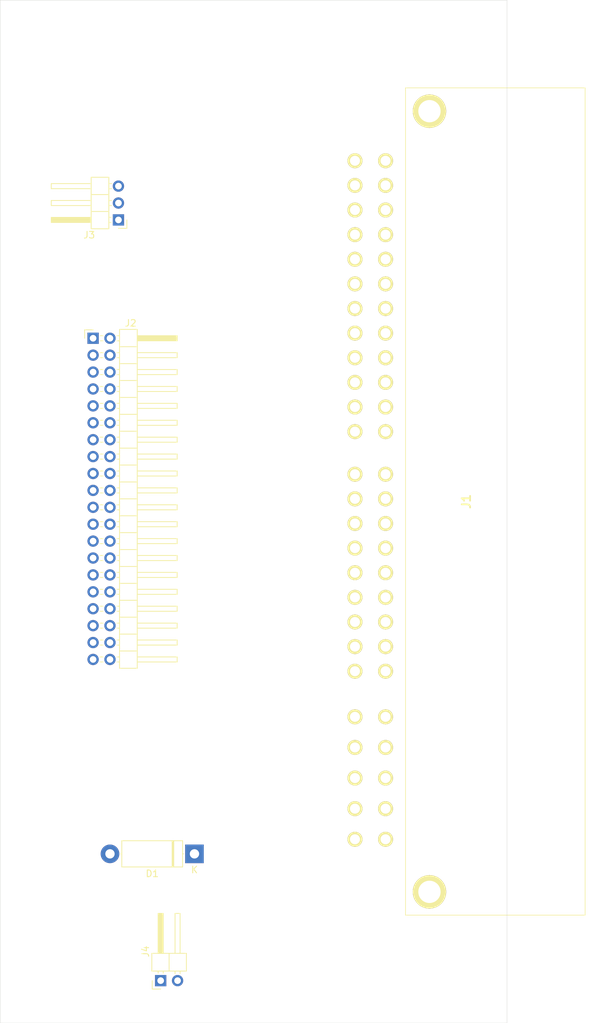
<source format=kicad_pcb>
(kicad_pcb (version 20171130) (host pcbnew "(5.1.6)-1")

  (general
    (thickness 1.6)
    (drawings 4)
    (tracks 0)
    (zones 0)
    (modules 5)
    (nets 80)
  )

  (page A4)
  (layers
    (0 F.Cu signal)
    (31 B.Cu signal)
    (32 B.Adhes user)
    (33 F.Adhes user)
    (34 B.Paste user)
    (35 F.Paste user)
    (36 B.SilkS user)
    (37 F.SilkS user)
    (38 B.Mask user)
    (39 F.Mask user)
    (40 Dwgs.User user)
    (41 Cmts.User user)
    (42 Eco1.User user)
    (43 Eco2.User user)
    (44 Edge.Cuts user)
    (45 Margin user)
    (46 B.CrtYd user)
    (47 F.CrtYd user)
    (48 B.Fab user)
    (49 F.Fab user)
  )

  (setup
    (last_trace_width 0.25)
    (trace_clearance 0.2)
    (zone_clearance 0.508)
    (zone_45_only no)
    (trace_min 0.2)
    (via_size 0.8)
    (via_drill 0.4)
    (via_min_size 0.4)
    (via_min_drill 0.3)
    (uvia_size 0.3)
    (uvia_drill 0.1)
    (uvias_allowed no)
    (uvia_min_size 0.2)
    (uvia_min_drill 0.1)
    (edge_width 0.05)
    (segment_width 0.2)
    (pcb_text_width 0.3)
    (pcb_text_size 1.5 1.5)
    (mod_edge_width 0.12)
    (mod_text_size 1 1)
    (mod_text_width 0.15)
    (pad_size 1.524 1.524)
    (pad_drill 0.762)
    (pad_to_mask_clearance 0.05)
    (aux_axis_origin 0 0)
    (visible_elements 7FFFFFFF)
    (pcbplotparams
      (layerselection 0x010fc_ffffffff)
      (usegerberextensions false)
      (usegerberattributes true)
      (usegerberadvancedattributes true)
      (creategerberjobfile true)
      (excludeedgelayer true)
      (linewidth 0.100000)
      (plotframeref false)
      (viasonmask false)
      (mode 1)
      (useauxorigin false)
      (hpglpennumber 1)
      (hpglpenspeed 20)
      (hpglpendiameter 15.000000)
      (psnegative false)
      (psa4output false)
      (plotreference true)
      (plotvalue true)
      (plotinvisibletext false)
      (padsonsilk false)
      (subtractmaskfromsilk false)
      (outputformat 1)
      (mirror false)
      (drillshape 1)
      (scaleselection 1)
      (outputdirectory ""))
  )

  (net 0 "")
  (net 1 "Net-(J1-Pad1)")
  (net 2 "Net-(J1-Pad2)")
  (net 3 "Net-(J1-Pad3)")
  (net 4 "Net-(J1-Pad4)")
  (net 5 "Net-(J1-Pad6)")
  (net 6 "Net-(J1-Pad8)")
  (net 7 "Net-(J1-Pad9)")
  (net 8 "Net-(J1-Pad10)")
  (net 9 "Net-(J1-Pad11)")
  (net 10 "Net-(J1-Pad12)")
  (net 11 "Net-(J1-Pad13)")
  (net 12 "Net-(J1-Pad14)")
  (net 13 "Net-(J1-Pad15)")
  (net 14 "Net-(J1-Pad16)")
  (net 15 "Net-(J1-Pad17)")
  (net 16 "Net-(J1-Pad18)")
  (net 17 "Net-(J1-Pad19)")
  (net 18 "Net-(J1-Pad20)")
  (net 19 "Net-(J1-Pad21)")
  (net 20 "Net-(J1-Pad22)")
  (net 21 "Net-(J1-Pad23)")
  (net 22 "Net-(J1-Pad25)")
  (net 23 "Net-(J1-Pad26)")
  (net 24 "Net-(J1-Pad27)")
  (net 25 "Net-(J1-Pad29)")
  (net 26 "Net-(J1-Pad30)")
  (net 27 "Net-(J1-Pad32)")
  (net 28 "Net-(J1-Pad33)")
  (net 29 "Net-(J1-Pad35)")
  (net 30 "Net-(J1-Pad37)")
  (net 31 "Net-(J1-Pad38)")
  (net 32 "Net-(J1-Pad39)")
  (net 33 "Net-(J1-Pad40)")
  (net 34 "Net-(J1-Pad41)")
  (net 35 "Net-(J1-Pad42)")
  (net 36 "Net-(J1-Pad43)")
  (net 37 "Net-(J1-Pad44)")
  (net 38 "Net-(J1-Pad46)")
  (net 39 "Net-(J1-Pad49)")
  (net 40 "Net-(J1-Pad52)")
  (net 41 "Net-(J1-PadMH1)")
  (net 42 "Net-(J1-PadMH2)")
  (net 43 "Net-(J2-Pad8)")
  (net 44 "Net-(J2-Pad11)")
  (net 45 "Net-(J2-Pad13)")
  (net 46 "Net-(J2-Pad15)")
  (net 47 "Net-(J2-Pad16)")
  (net 48 "Net-(J2-Pad17)")
  (net 49 "Net-(J2-Pad18)")
  (net 50 "Net-(J2-Pad21)")
  (net 51 "Net-(J2-Pad24)")
  (net 52 "Net-(J2-Pad25)")
  (net 53 "Net-(J2-Pad26)")
  (net 54 "Net-(J2-Pad27)")
  (net 55 "Net-(J2-Pad29)")
  (net 56 "Net-(J2-Pad30)")
  (net 57 "Net-(J2-Pad31)")
  (net 58 "Net-(J2-Pad32)")
  (net 59 "Net-(J2-Pad33)")
  (net 60 "Net-(J2-Pad34)")
  (net 61 "Net-(J2-Pad35)")
  (net 62 "Net-(J2-Pad36)")
  (net 63 "Net-(J2-Pad38)")
  (net 64 "Net-(J2-Pad39)")
  (net 65 "Net-(J2-Pad40)")
  (net 66 INj1)
  (net 67 INj2)
  (net 68 INj3)
  (net 69 INj4)
  (net 70 IGN1)
  (net 71 Idle)
  (net 72 O2)
  (net 73 TPS)
  (net 74 IAT)
  (net 75 Coolant)
  (net 76 Earth)
  (net 77 Clutch-in)
  (net 78 5V)
  (net 79 12V)

  (net_class Default "This is the default net class."
    (clearance 0.2)
    (trace_width 0.25)
    (via_dia 0.8)
    (via_drill 0.4)
    (uvia_dia 0.3)
    (uvia_drill 0.1)
    (add_net 12V)
    (add_net 5V)
    (add_net Clutch-in)
    (add_net Coolant)
    (add_net Earth)
    (add_net IAT)
    (add_net IGN1)
    (add_net INj1)
    (add_net INj2)
    (add_net INj3)
    (add_net INj4)
    (add_net Idle)
    (add_net "Net-(J1-Pad1)")
    (add_net "Net-(J1-Pad10)")
    (add_net "Net-(J1-Pad11)")
    (add_net "Net-(J1-Pad12)")
    (add_net "Net-(J1-Pad13)")
    (add_net "Net-(J1-Pad14)")
    (add_net "Net-(J1-Pad15)")
    (add_net "Net-(J1-Pad16)")
    (add_net "Net-(J1-Pad17)")
    (add_net "Net-(J1-Pad18)")
    (add_net "Net-(J1-Pad19)")
    (add_net "Net-(J1-Pad2)")
    (add_net "Net-(J1-Pad20)")
    (add_net "Net-(J1-Pad21)")
    (add_net "Net-(J1-Pad22)")
    (add_net "Net-(J1-Pad23)")
    (add_net "Net-(J1-Pad25)")
    (add_net "Net-(J1-Pad26)")
    (add_net "Net-(J1-Pad27)")
    (add_net "Net-(J1-Pad29)")
    (add_net "Net-(J1-Pad3)")
    (add_net "Net-(J1-Pad30)")
    (add_net "Net-(J1-Pad32)")
    (add_net "Net-(J1-Pad33)")
    (add_net "Net-(J1-Pad35)")
    (add_net "Net-(J1-Pad37)")
    (add_net "Net-(J1-Pad38)")
    (add_net "Net-(J1-Pad39)")
    (add_net "Net-(J1-Pad4)")
    (add_net "Net-(J1-Pad40)")
    (add_net "Net-(J1-Pad41)")
    (add_net "Net-(J1-Pad42)")
    (add_net "Net-(J1-Pad43)")
    (add_net "Net-(J1-Pad44)")
    (add_net "Net-(J1-Pad46)")
    (add_net "Net-(J1-Pad49)")
    (add_net "Net-(J1-Pad52)")
    (add_net "Net-(J1-Pad6)")
    (add_net "Net-(J1-Pad8)")
    (add_net "Net-(J1-Pad9)")
    (add_net "Net-(J1-PadMH1)")
    (add_net "Net-(J1-PadMH2)")
    (add_net "Net-(J2-Pad11)")
    (add_net "Net-(J2-Pad13)")
    (add_net "Net-(J2-Pad15)")
    (add_net "Net-(J2-Pad16)")
    (add_net "Net-(J2-Pad17)")
    (add_net "Net-(J2-Pad18)")
    (add_net "Net-(J2-Pad21)")
    (add_net "Net-(J2-Pad24)")
    (add_net "Net-(J2-Pad25)")
    (add_net "Net-(J2-Pad26)")
    (add_net "Net-(J2-Pad27)")
    (add_net "Net-(J2-Pad29)")
    (add_net "Net-(J2-Pad30)")
    (add_net "Net-(J2-Pad31)")
    (add_net "Net-(J2-Pad32)")
    (add_net "Net-(J2-Pad33)")
    (add_net "Net-(J2-Pad34)")
    (add_net "Net-(J2-Pad35)")
    (add_net "Net-(J2-Pad36)")
    (add_net "Net-(J2-Pad38)")
    (add_net "Net-(J2-Pad39)")
    (add_net "Net-(J2-Pad40)")
    (add_net "Net-(J2-Pad8)")
    (add_net O2)
    (add_net TPS)
  )

  (module 1723191 (layer F.Cu) (tedit 5EF0B6C4) (tstamp 5EF1D2C8)
    (at 129.54 49.53 270)
    (descr 172319-1-3)
    (tags Connector)
    (path /5EF1561C)
    (fp_text reference J1 (at 51.2 -16.737 90) (layer F.SilkS)
      (effects (font (size 1.27 1.27) (thickness 0.254)))
    )
    (fp_text value 172319-1 (at 40.64 -17.78 90) (layer F.SilkS) hide
      (effects (font (size 1.27 1.27) (thickness 0.254)))
    )
    (fp_line (start -11.95 2.125) (end -11.95 -35.6) (layer Dwgs.User) (width 0.1))
    (fp_line (start 114.35 2.125) (end -11.95 2.125) (layer Dwgs.User) (width 0.1))
    (fp_line (start 114.35 -35.6) (end 114.35 2.125) (layer Dwgs.User) (width 0.1))
    (fp_line (start -11.95 -35.6) (end 114.35 -35.6) (layer Dwgs.User) (width 0.1))
    (fp_line (start -10.95 -7.6) (end -10.95 -34.6) (layer F.SilkS) (width 0.1))
    (fp_line (start 113.35 -7.6) (end -10.95 -7.6) (layer F.SilkS) (width 0.1))
    (fp_line (start 113.35 -34.6) (end 113.35 -7.6) (layer F.SilkS) (width 0.1))
    (fp_line (start -10.95 -34.6) (end 113.35 -34.6) (layer F.SilkS) (width 0.1))
    (fp_line (start -10.95 -7.6) (end -10.95 -34.6) (layer Dwgs.User) (width 0.2))
    (fp_line (start 113.35 -7.6) (end -10.95 -7.6) (layer Dwgs.User) (width 0.2))
    (fp_line (start 113.35 -34.6) (end 113.35 -7.6) (layer Dwgs.User) (width 0.2))
    (fp_line (start -10.95 -34.6) (end 113.35 -34.6) (layer Dwgs.User) (width 0.2))
    (pad 1 thru_hole circle (at 0 0) (size 2.25 2.25) (drill 1.5) (layers *.Cu *.Mask F.SilkS)
      (net 1 "Net-(J1-Pad1)"))
    (pad 2 thru_hole circle (at 0 -4.6) (size 2.25 2.25) (drill 1.5) (layers *.Cu *.Mask F.SilkS)
      (net 2 "Net-(J1-Pad2)"))
    (pad 3 thru_hole circle (at 3.7 0) (size 2.25 2.25) (drill 1.5) (layers *.Cu *.Mask F.SilkS)
      (net 3 "Net-(J1-Pad3)"))
    (pad 4 thru_hole circle (at 3.7 -4.6) (size 2.25 2.25) (drill 1.5) (layers *.Cu *.Mask F.SilkS)
      (net 4 "Net-(J1-Pad4)"))
    (pad 5 thru_hole circle (at 7.4 0) (size 2.25 2.25) (drill 1.5) (layers *.Cu *.Mask F.SilkS)
      (net 71 Idle))
    (pad 6 thru_hole circle (at 7.4 -4.6) (size 2.25 2.25) (drill 1.5) (layers *.Cu *.Mask F.SilkS)
      (net 5 "Net-(J1-Pad6)"))
    (pad 7 thru_hole circle (at 11.1 0) (size 2.25 2.25) (drill 1.5) (layers *.Cu *.Mask F.SilkS)
      (net 77 Clutch-in))
    (pad 8 thru_hole circle (at 11.1 -4.6) (size 2.25 2.25) (drill 1.5) (layers *.Cu *.Mask F.SilkS)
      (net 6 "Net-(J1-Pad8)"))
    (pad 9 thru_hole circle (at 14.8 0) (size 2.25 2.25) (drill 1.5) (layers *.Cu *.Mask F.SilkS)
      (net 7 "Net-(J1-Pad9)"))
    (pad 10 thru_hole circle (at 14.8 -4.6) (size 2.25 2.25) (drill 1.5) (layers *.Cu *.Mask F.SilkS)
      (net 8 "Net-(J1-Pad10)"))
    (pad 11 thru_hole circle (at 18.5 0) (size 2.25 2.25) (drill 1.5) (layers *.Cu *.Mask F.SilkS)
      (net 9 "Net-(J1-Pad11)"))
    (pad 12 thru_hole circle (at 18.5 -4.6) (size 2.25 2.25) (drill 1.5) (layers *.Cu *.Mask F.SilkS)
      (net 10 "Net-(J1-Pad12)"))
    (pad 13 thru_hole circle (at 22.2 0) (size 2.25 2.25) (drill 1.5) (layers *.Cu *.Mask F.SilkS)
      (net 11 "Net-(J1-Pad13)"))
    (pad 14 thru_hole circle (at 22.2 -4.6) (size 2.25 2.25) (drill 1.5) (layers *.Cu *.Mask F.SilkS)
      (net 12 "Net-(J1-Pad14)"))
    (pad 15 thru_hole circle (at 25.9 0) (size 2.25 2.25) (drill 1.5) (layers *.Cu *.Mask F.SilkS)
      (net 13 "Net-(J1-Pad15)"))
    (pad 16 thru_hole circle (at 25.9 -4.6) (size 2.25 2.25) (drill 1.5) (layers *.Cu *.Mask F.SilkS)
      (net 14 "Net-(J1-Pad16)"))
    (pad 17 thru_hole circle (at 29.6 0) (size 2.25 2.25) (drill 1.5) (layers *.Cu *.Mask F.SilkS)
      (net 15 "Net-(J1-Pad17)"))
    (pad 18 thru_hole circle (at 29.6 -4.6) (size 2.25 2.25) (drill 1.5) (layers *.Cu *.Mask F.SilkS)
      (net 16 "Net-(J1-Pad18)"))
    (pad 19 thru_hole circle (at 33.3 0) (size 2.25 2.25) (drill 1.5) (layers *.Cu *.Mask F.SilkS)
      (net 17 "Net-(J1-Pad19)"))
    (pad 20 thru_hole circle (at 33.3 -4.6) (size 2.25 2.25) (drill 1.5) (layers *.Cu *.Mask F.SilkS)
      (net 18 "Net-(J1-Pad20)"))
    (pad 21 thru_hole circle (at 37 0) (size 2.25 2.25) (drill 1.5) (layers *.Cu *.Mask F.SilkS)
      (net 19 "Net-(J1-Pad21)"))
    (pad 22 thru_hole circle (at 37 -4.6) (size 2.25 2.25) (drill 1.5) (layers *.Cu *.Mask F.SilkS)
      (net 20 "Net-(J1-Pad22)"))
    (pad 23 thru_hole circle (at 40.7 0) (size 2.25 2.25) (drill 1.5) (layers *.Cu *.Mask F.SilkS)
      (net 21 "Net-(J1-Pad23)"))
    (pad 24 thru_hole circle (at 40.7 -4.6) (size 2.25 2.25) (drill 1.5) (layers *.Cu *.Mask F.SilkS)
      (net 70 IGN1))
    (pad 25 thru_hole circle (at 47.1 0) (size 2.25 2.25) (drill 1.5) (layers *.Cu *.Mask F.SilkS)
      (net 22 "Net-(J1-Pad25)"))
    (pad 26 thru_hole circle (at 47.1 -4.6) (size 2.25 2.25) (drill 1.5) (layers *.Cu *.Mask F.SilkS)
      (net 23 "Net-(J1-Pad26)"))
    (pad 27 thru_hole circle (at 50.8 0) (size 2.25 2.25) (drill 1.5) (layers *.Cu *.Mask F.SilkS)
      (net 24 "Net-(J1-Pad27)"))
    (pad 28 thru_hole circle (at 50.8 -4.6) (size 2.25 2.25) (drill 1.5) (layers *.Cu *.Mask F.SilkS)
      (net 72 O2))
    (pad 29 thru_hole circle (at 54.5 0) (size 2.25 2.25) (drill 1.5) (layers *.Cu *.Mask F.SilkS)
      (net 25 "Net-(J1-Pad29)"))
    (pad 30 thru_hole circle (at 54.5 -4.6) (size 2.25 2.25) (drill 1.5) (layers *.Cu *.Mask F.SilkS)
      (net 26 "Net-(J1-Pad30)"))
    (pad 31 thru_hole circle (at 58.2 0) (size 2.25 2.25) (drill 1.5) (layers *.Cu *.Mask F.SilkS)
      (net 73 TPS))
    (pad 32 thru_hole circle (at 58.2 -4.6) (size 2.25 2.25) (drill 1.5) (layers *.Cu *.Mask F.SilkS)
      (net 27 "Net-(J1-Pad32)"))
    (pad 33 thru_hole circle (at 61.9 0) (size 2.25 2.25) (drill 1.5) (layers *.Cu *.Mask F.SilkS)
      (net 28 "Net-(J1-Pad33)"))
    (pad 34 thru_hole circle (at 61.9 -4.6) (size 2.25 2.25) (drill 1.5) (layers *.Cu *.Mask F.SilkS)
      (net 74 IAT))
    (pad 35 thru_hole circle (at 65.6 0) (size 2.25 2.25) (drill 1.5) (layers *.Cu *.Mask F.SilkS)
      (net 29 "Net-(J1-Pad35)"))
    (pad 36 thru_hole circle (at 65.6 -4.6) (size 2.25 2.25) (drill 1.5) (layers *.Cu *.Mask F.SilkS)
      (net 75 Coolant))
    (pad 37 thru_hole circle (at 69.3 0) (size 2.25 2.25) (drill 1.5) (layers *.Cu *.Mask F.SilkS)
      (net 30 "Net-(J1-Pad37)"))
    (pad 38 thru_hole circle (at 69.3 -4.6) (size 2.25 2.25) (drill 1.5) (layers *.Cu *.Mask F.SilkS)
      (net 31 "Net-(J1-Pad38)"))
    (pad 39 thru_hole circle (at 73 0) (size 2.25 2.25) (drill 1.5) (layers *.Cu *.Mask F.SilkS)
      (net 32 "Net-(J1-Pad39)"))
    (pad 40 thru_hole circle (at 73 -4.6) (size 2.25 2.25) (drill 1.5) (layers *.Cu *.Mask F.SilkS)
      (net 33 "Net-(J1-Pad40)"))
    (pad 41 thru_hole circle (at 76.7 0) (size 2.25 2.25) (drill 1.5) (layers *.Cu *.Mask F.SilkS)
      (net 34 "Net-(J1-Pad41)"))
    (pad 42 thru_hole circle (at 76.7 -4.6) (size 2.25 2.25) (drill 1.5) (layers *.Cu *.Mask F.SilkS)
      (net 35 "Net-(J1-Pad42)"))
    (pad 43 thru_hole circle (at 83.55 0) (size 2.25 2.25) (drill 1.5) (layers *.Cu *.Mask F.SilkS)
      (net 36 "Net-(J1-Pad43)"))
    (pad 44 thru_hole circle (at 83.55 -4.6) (size 2.25 2.25) (drill 1.5) (layers *.Cu *.Mask F.SilkS)
      (net 37 "Net-(J1-Pad44)"))
    (pad 45 thru_hole circle (at 88.15 0) (size 2.25 2.25) (drill 1.5) (layers *.Cu *.Mask F.SilkS)
      (net 67 INj2))
    (pad 46 thru_hole circle (at 88.15 -4.6) (size 2.25 2.25) (drill 1.5) (layers *.Cu *.Mask F.SilkS)
      (net 38 "Net-(J1-Pad46)"))
    (pad 47 thru_hole circle (at 92.75 0) (size 2.25 2.25) (drill 1.5) (layers *.Cu *.Mask F.SilkS)
      (net 66 INj1))
    (pad 48 thru_hole circle (at 92.75 -4.6) (size 2.25 2.25) (drill 1.5) (layers *.Cu *.Mask F.SilkS)
      (net 69 INj4))
    (pad 49 thru_hole circle (at 97.35 0) (size 2.25 2.25) (drill 1.5) (layers *.Cu *.Mask F.SilkS)
      (net 39 "Net-(J1-Pad49)"))
    (pad 50 thru_hole circle (at 97.35 -4.6) (size 2.25 2.25) (drill 1.5) (layers *.Cu *.Mask F.SilkS)
      (net 68 INj3))
    (pad 51 thru_hole circle (at 101.95 0) (size 2.25 2.25) (drill 1.5) (layers *.Cu *.Mask F.SilkS)
      (net 79 12V))
    (pad 52 thru_hole circle (at 101.95 -4.6) (size 2.25 2.25) (drill 1.5) (layers *.Cu *.Mask F.SilkS)
      (net 40 "Net-(J1-Pad52)"))
    (pad MH1 thru_hole circle (at -7.45 -11.2) (size 5.025 5.025) (drill 3.35) (layers *.Cu *.Mask F.SilkS)
      (net 41 "Net-(J1-PadMH1)"))
    (pad MH2 thru_hole circle (at 109.85 -11.2) (size 5.025 5.025) (drill 3.35) (layers *.Cu *.Mask F.SilkS)
      (net 42 "Net-(J1-PadMH2)"))
  )

  (module Connector_PinHeader_2.54mm:PinHeader_2x20_P2.54mm_Horizontal (layer F.Cu) (tedit 59FED5CB) (tstamp 5EF1D421)
    (at 90.17 76.2)
    (descr "Through hole angled pin header, 2x20, 2.54mm pitch, 6mm pin length, double rows")
    (tags "Through hole angled pin header THT 2x20 2.54mm double row")
    (path /5EF20436)
    (fp_text reference J2 (at 5.655 -2.27) (layer F.SilkS)
      (effects (font (size 1 1) (thickness 0.15)))
    )
    (fp_text value Conn_01x40 (at 5.655 50.53) (layer F.Fab)
      (effects (font (size 1 1) (thickness 0.15)))
    )
    (fp_line (start 4.675 -1.27) (end 6.58 -1.27) (layer F.Fab) (width 0.1))
    (fp_line (start 6.58 -1.27) (end 6.58 49.53) (layer F.Fab) (width 0.1))
    (fp_line (start 6.58 49.53) (end 4.04 49.53) (layer F.Fab) (width 0.1))
    (fp_line (start 4.04 49.53) (end 4.04 -0.635) (layer F.Fab) (width 0.1))
    (fp_line (start 4.04 -0.635) (end 4.675 -1.27) (layer F.Fab) (width 0.1))
    (fp_line (start -0.32 -0.32) (end 4.04 -0.32) (layer F.Fab) (width 0.1))
    (fp_line (start -0.32 -0.32) (end -0.32 0.32) (layer F.Fab) (width 0.1))
    (fp_line (start -0.32 0.32) (end 4.04 0.32) (layer F.Fab) (width 0.1))
    (fp_line (start 6.58 -0.32) (end 12.58 -0.32) (layer F.Fab) (width 0.1))
    (fp_line (start 12.58 -0.32) (end 12.58 0.32) (layer F.Fab) (width 0.1))
    (fp_line (start 6.58 0.32) (end 12.58 0.32) (layer F.Fab) (width 0.1))
    (fp_line (start -0.32 2.22) (end 4.04 2.22) (layer F.Fab) (width 0.1))
    (fp_line (start -0.32 2.22) (end -0.32 2.86) (layer F.Fab) (width 0.1))
    (fp_line (start -0.32 2.86) (end 4.04 2.86) (layer F.Fab) (width 0.1))
    (fp_line (start 6.58 2.22) (end 12.58 2.22) (layer F.Fab) (width 0.1))
    (fp_line (start 12.58 2.22) (end 12.58 2.86) (layer F.Fab) (width 0.1))
    (fp_line (start 6.58 2.86) (end 12.58 2.86) (layer F.Fab) (width 0.1))
    (fp_line (start -0.32 4.76) (end 4.04 4.76) (layer F.Fab) (width 0.1))
    (fp_line (start -0.32 4.76) (end -0.32 5.4) (layer F.Fab) (width 0.1))
    (fp_line (start -0.32 5.4) (end 4.04 5.4) (layer F.Fab) (width 0.1))
    (fp_line (start 6.58 4.76) (end 12.58 4.76) (layer F.Fab) (width 0.1))
    (fp_line (start 12.58 4.76) (end 12.58 5.4) (layer F.Fab) (width 0.1))
    (fp_line (start 6.58 5.4) (end 12.58 5.4) (layer F.Fab) (width 0.1))
    (fp_line (start -0.32 7.3) (end 4.04 7.3) (layer F.Fab) (width 0.1))
    (fp_line (start -0.32 7.3) (end -0.32 7.94) (layer F.Fab) (width 0.1))
    (fp_line (start -0.32 7.94) (end 4.04 7.94) (layer F.Fab) (width 0.1))
    (fp_line (start 6.58 7.3) (end 12.58 7.3) (layer F.Fab) (width 0.1))
    (fp_line (start 12.58 7.3) (end 12.58 7.94) (layer F.Fab) (width 0.1))
    (fp_line (start 6.58 7.94) (end 12.58 7.94) (layer F.Fab) (width 0.1))
    (fp_line (start -0.32 9.84) (end 4.04 9.84) (layer F.Fab) (width 0.1))
    (fp_line (start -0.32 9.84) (end -0.32 10.48) (layer F.Fab) (width 0.1))
    (fp_line (start -0.32 10.48) (end 4.04 10.48) (layer F.Fab) (width 0.1))
    (fp_line (start 6.58 9.84) (end 12.58 9.84) (layer F.Fab) (width 0.1))
    (fp_line (start 12.58 9.84) (end 12.58 10.48) (layer F.Fab) (width 0.1))
    (fp_line (start 6.58 10.48) (end 12.58 10.48) (layer F.Fab) (width 0.1))
    (fp_line (start -0.32 12.38) (end 4.04 12.38) (layer F.Fab) (width 0.1))
    (fp_line (start -0.32 12.38) (end -0.32 13.02) (layer F.Fab) (width 0.1))
    (fp_line (start -0.32 13.02) (end 4.04 13.02) (layer F.Fab) (width 0.1))
    (fp_line (start 6.58 12.38) (end 12.58 12.38) (layer F.Fab) (width 0.1))
    (fp_line (start 12.58 12.38) (end 12.58 13.02) (layer F.Fab) (width 0.1))
    (fp_line (start 6.58 13.02) (end 12.58 13.02) (layer F.Fab) (width 0.1))
    (fp_line (start -0.32 14.92) (end 4.04 14.92) (layer F.Fab) (width 0.1))
    (fp_line (start -0.32 14.92) (end -0.32 15.56) (layer F.Fab) (width 0.1))
    (fp_line (start -0.32 15.56) (end 4.04 15.56) (layer F.Fab) (width 0.1))
    (fp_line (start 6.58 14.92) (end 12.58 14.92) (layer F.Fab) (width 0.1))
    (fp_line (start 12.58 14.92) (end 12.58 15.56) (layer F.Fab) (width 0.1))
    (fp_line (start 6.58 15.56) (end 12.58 15.56) (layer F.Fab) (width 0.1))
    (fp_line (start -0.32 17.46) (end 4.04 17.46) (layer F.Fab) (width 0.1))
    (fp_line (start -0.32 17.46) (end -0.32 18.1) (layer F.Fab) (width 0.1))
    (fp_line (start -0.32 18.1) (end 4.04 18.1) (layer F.Fab) (width 0.1))
    (fp_line (start 6.58 17.46) (end 12.58 17.46) (layer F.Fab) (width 0.1))
    (fp_line (start 12.58 17.46) (end 12.58 18.1) (layer F.Fab) (width 0.1))
    (fp_line (start 6.58 18.1) (end 12.58 18.1) (layer F.Fab) (width 0.1))
    (fp_line (start -0.32 20) (end 4.04 20) (layer F.Fab) (width 0.1))
    (fp_line (start -0.32 20) (end -0.32 20.64) (layer F.Fab) (width 0.1))
    (fp_line (start -0.32 20.64) (end 4.04 20.64) (layer F.Fab) (width 0.1))
    (fp_line (start 6.58 20) (end 12.58 20) (layer F.Fab) (width 0.1))
    (fp_line (start 12.58 20) (end 12.58 20.64) (layer F.Fab) (width 0.1))
    (fp_line (start 6.58 20.64) (end 12.58 20.64) (layer F.Fab) (width 0.1))
    (fp_line (start -0.32 22.54) (end 4.04 22.54) (layer F.Fab) (width 0.1))
    (fp_line (start -0.32 22.54) (end -0.32 23.18) (layer F.Fab) (width 0.1))
    (fp_line (start -0.32 23.18) (end 4.04 23.18) (layer F.Fab) (width 0.1))
    (fp_line (start 6.58 22.54) (end 12.58 22.54) (layer F.Fab) (width 0.1))
    (fp_line (start 12.58 22.54) (end 12.58 23.18) (layer F.Fab) (width 0.1))
    (fp_line (start 6.58 23.18) (end 12.58 23.18) (layer F.Fab) (width 0.1))
    (fp_line (start -0.32 25.08) (end 4.04 25.08) (layer F.Fab) (width 0.1))
    (fp_line (start -0.32 25.08) (end -0.32 25.72) (layer F.Fab) (width 0.1))
    (fp_line (start -0.32 25.72) (end 4.04 25.72) (layer F.Fab) (width 0.1))
    (fp_line (start 6.58 25.08) (end 12.58 25.08) (layer F.Fab) (width 0.1))
    (fp_line (start 12.58 25.08) (end 12.58 25.72) (layer F.Fab) (width 0.1))
    (fp_line (start 6.58 25.72) (end 12.58 25.72) (layer F.Fab) (width 0.1))
    (fp_line (start -0.32 27.62) (end 4.04 27.62) (layer F.Fab) (width 0.1))
    (fp_line (start -0.32 27.62) (end -0.32 28.26) (layer F.Fab) (width 0.1))
    (fp_line (start -0.32 28.26) (end 4.04 28.26) (layer F.Fab) (width 0.1))
    (fp_line (start 6.58 27.62) (end 12.58 27.62) (layer F.Fab) (width 0.1))
    (fp_line (start 12.58 27.62) (end 12.58 28.26) (layer F.Fab) (width 0.1))
    (fp_line (start 6.58 28.26) (end 12.58 28.26) (layer F.Fab) (width 0.1))
    (fp_line (start -0.32 30.16) (end 4.04 30.16) (layer F.Fab) (width 0.1))
    (fp_line (start -0.32 30.16) (end -0.32 30.8) (layer F.Fab) (width 0.1))
    (fp_line (start -0.32 30.8) (end 4.04 30.8) (layer F.Fab) (width 0.1))
    (fp_line (start 6.58 30.16) (end 12.58 30.16) (layer F.Fab) (width 0.1))
    (fp_line (start 12.58 30.16) (end 12.58 30.8) (layer F.Fab) (width 0.1))
    (fp_line (start 6.58 30.8) (end 12.58 30.8) (layer F.Fab) (width 0.1))
    (fp_line (start -0.32 32.7) (end 4.04 32.7) (layer F.Fab) (width 0.1))
    (fp_line (start -0.32 32.7) (end -0.32 33.34) (layer F.Fab) (width 0.1))
    (fp_line (start -0.32 33.34) (end 4.04 33.34) (layer F.Fab) (width 0.1))
    (fp_line (start 6.58 32.7) (end 12.58 32.7) (layer F.Fab) (width 0.1))
    (fp_line (start 12.58 32.7) (end 12.58 33.34) (layer F.Fab) (width 0.1))
    (fp_line (start 6.58 33.34) (end 12.58 33.34) (layer F.Fab) (width 0.1))
    (fp_line (start -0.32 35.24) (end 4.04 35.24) (layer F.Fab) (width 0.1))
    (fp_line (start -0.32 35.24) (end -0.32 35.88) (layer F.Fab) (width 0.1))
    (fp_line (start -0.32 35.88) (end 4.04 35.88) (layer F.Fab) (width 0.1))
    (fp_line (start 6.58 35.24) (end 12.58 35.24) (layer F.Fab) (width 0.1))
    (fp_line (start 12.58 35.24) (end 12.58 35.88) (layer F.Fab) (width 0.1))
    (fp_line (start 6.58 35.88) (end 12.58 35.88) (layer F.Fab) (width 0.1))
    (fp_line (start -0.32 37.78) (end 4.04 37.78) (layer F.Fab) (width 0.1))
    (fp_line (start -0.32 37.78) (end -0.32 38.42) (layer F.Fab) (width 0.1))
    (fp_line (start -0.32 38.42) (end 4.04 38.42) (layer F.Fab) (width 0.1))
    (fp_line (start 6.58 37.78) (end 12.58 37.78) (layer F.Fab) (width 0.1))
    (fp_line (start 12.58 37.78) (end 12.58 38.42) (layer F.Fab) (width 0.1))
    (fp_line (start 6.58 38.42) (end 12.58 38.42) (layer F.Fab) (width 0.1))
    (fp_line (start -0.32 40.32) (end 4.04 40.32) (layer F.Fab) (width 0.1))
    (fp_line (start -0.32 40.32) (end -0.32 40.96) (layer F.Fab) (width 0.1))
    (fp_line (start -0.32 40.96) (end 4.04 40.96) (layer F.Fab) (width 0.1))
    (fp_line (start 6.58 40.32) (end 12.58 40.32) (layer F.Fab) (width 0.1))
    (fp_line (start 12.58 40.32) (end 12.58 40.96) (layer F.Fab) (width 0.1))
    (fp_line (start 6.58 40.96) (end 12.58 40.96) (layer F.Fab) (width 0.1))
    (fp_line (start -0.32 42.86) (end 4.04 42.86) (layer F.Fab) (width 0.1))
    (fp_line (start -0.32 42.86) (end -0.32 43.5) (layer F.Fab) (width 0.1))
    (fp_line (start -0.32 43.5) (end 4.04 43.5) (layer F.Fab) (width 0.1))
    (fp_line (start 6.58 42.86) (end 12.58 42.86) (layer F.Fab) (width 0.1))
    (fp_line (start 12.58 42.86) (end 12.58 43.5) (layer F.Fab) (width 0.1))
    (fp_line (start 6.58 43.5) (end 12.58 43.5) (layer F.Fab) (width 0.1))
    (fp_line (start -0.32 45.4) (end 4.04 45.4) (layer F.Fab) (width 0.1))
    (fp_line (start -0.32 45.4) (end -0.32 46.04) (layer F.Fab) (width 0.1))
    (fp_line (start -0.32 46.04) (end 4.04 46.04) (layer F.Fab) (width 0.1))
    (fp_line (start 6.58 45.4) (end 12.58 45.4) (layer F.Fab) (width 0.1))
    (fp_line (start 12.58 45.4) (end 12.58 46.04) (layer F.Fab) (width 0.1))
    (fp_line (start 6.58 46.04) (end 12.58 46.04) (layer F.Fab) (width 0.1))
    (fp_line (start -0.32 47.94) (end 4.04 47.94) (layer F.Fab) (width 0.1))
    (fp_line (start -0.32 47.94) (end -0.32 48.58) (layer F.Fab) (width 0.1))
    (fp_line (start -0.32 48.58) (end 4.04 48.58) (layer F.Fab) (width 0.1))
    (fp_line (start 6.58 47.94) (end 12.58 47.94) (layer F.Fab) (width 0.1))
    (fp_line (start 12.58 47.94) (end 12.58 48.58) (layer F.Fab) (width 0.1))
    (fp_line (start 6.58 48.58) (end 12.58 48.58) (layer F.Fab) (width 0.1))
    (fp_line (start 3.98 -1.33) (end 3.98 49.59) (layer F.SilkS) (width 0.12))
    (fp_line (start 3.98 49.59) (end 6.64 49.59) (layer F.SilkS) (width 0.12))
    (fp_line (start 6.64 49.59) (end 6.64 -1.33) (layer F.SilkS) (width 0.12))
    (fp_line (start 6.64 -1.33) (end 3.98 -1.33) (layer F.SilkS) (width 0.12))
    (fp_line (start 6.64 -0.38) (end 12.64 -0.38) (layer F.SilkS) (width 0.12))
    (fp_line (start 12.64 -0.38) (end 12.64 0.38) (layer F.SilkS) (width 0.12))
    (fp_line (start 12.64 0.38) (end 6.64 0.38) (layer F.SilkS) (width 0.12))
    (fp_line (start 6.64 -0.32) (end 12.64 -0.32) (layer F.SilkS) (width 0.12))
    (fp_line (start 6.64 -0.2) (end 12.64 -0.2) (layer F.SilkS) (width 0.12))
    (fp_line (start 6.64 -0.08) (end 12.64 -0.08) (layer F.SilkS) (width 0.12))
    (fp_line (start 6.64 0.04) (end 12.64 0.04) (layer F.SilkS) (width 0.12))
    (fp_line (start 6.64 0.16) (end 12.64 0.16) (layer F.SilkS) (width 0.12))
    (fp_line (start 6.64 0.28) (end 12.64 0.28) (layer F.SilkS) (width 0.12))
    (fp_line (start 3.582929 -0.38) (end 3.98 -0.38) (layer F.SilkS) (width 0.12))
    (fp_line (start 3.582929 0.38) (end 3.98 0.38) (layer F.SilkS) (width 0.12))
    (fp_line (start 1.11 -0.38) (end 1.497071 -0.38) (layer F.SilkS) (width 0.12))
    (fp_line (start 1.11 0.38) (end 1.497071 0.38) (layer F.SilkS) (width 0.12))
    (fp_line (start 3.98 1.27) (end 6.64 1.27) (layer F.SilkS) (width 0.12))
    (fp_line (start 6.64 2.16) (end 12.64 2.16) (layer F.SilkS) (width 0.12))
    (fp_line (start 12.64 2.16) (end 12.64 2.92) (layer F.SilkS) (width 0.12))
    (fp_line (start 12.64 2.92) (end 6.64 2.92) (layer F.SilkS) (width 0.12))
    (fp_line (start 3.582929 2.16) (end 3.98 2.16) (layer F.SilkS) (width 0.12))
    (fp_line (start 3.582929 2.92) (end 3.98 2.92) (layer F.SilkS) (width 0.12))
    (fp_line (start 1.042929 2.16) (end 1.497071 2.16) (layer F.SilkS) (width 0.12))
    (fp_line (start 1.042929 2.92) (end 1.497071 2.92) (layer F.SilkS) (width 0.12))
    (fp_line (start 3.98 3.81) (end 6.64 3.81) (layer F.SilkS) (width 0.12))
    (fp_line (start 6.64 4.7) (end 12.64 4.7) (layer F.SilkS) (width 0.12))
    (fp_line (start 12.64 4.7) (end 12.64 5.46) (layer F.SilkS) (width 0.12))
    (fp_line (start 12.64 5.46) (end 6.64 5.46) (layer F.SilkS) (width 0.12))
    (fp_line (start 3.582929 4.7) (end 3.98 4.7) (layer F.SilkS) (width 0.12))
    (fp_line (start 3.582929 5.46) (end 3.98 5.46) (layer F.SilkS) (width 0.12))
    (fp_line (start 1.042929 4.7) (end 1.497071 4.7) (layer F.SilkS) (width 0.12))
    (fp_line (start 1.042929 5.46) (end 1.497071 5.46) (layer F.SilkS) (width 0.12))
    (fp_line (start 3.98 6.35) (end 6.64 6.35) (layer F.SilkS) (width 0.12))
    (fp_line (start 6.64 7.24) (end 12.64 7.24) (layer F.SilkS) (width 0.12))
    (fp_line (start 12.64 7.24) (end 12.64 8) (layer F.SilkS) (width 0.12))
    (fp_line (start 12.64 8) (end 6.64 8) (layer F.SilkS) (width 0.12))
    (fp_line (start 3.582929 7.24) (end 3.98 7.24) (layer F.SilkS) (width 0.12))
    (fp_line (start 3.582929 8) (end 3.98 8) (layer F.SilkS) (width 0.12))
    (fp_line (start 1.042929 7.24) (end 1.497071 7.24) (layer F.SilkS) (width 0.12))
    (fp_line (start 1.042929 8) (end 1.497071 8) (layer F.SilkS) (width 0.12))
    (fp_line (start 3.98 8.89) (end 6.64 8.89) (layer F.SilkS) (width 0.12))
    (fp_line (start 6.64 9.78) (end 12.64 9.78) (layer F.SilkS) (width 0.12))
    (fp_line (start 12.64 9.78) (end 12.64 10.54) (layer F.SilkS) (width 0.12))
    (fp_line (start 12.64 10.54) (end 6.64 10.54) (layer F.SilkS) (width 0.12))
    (fp_line (start 3.582929 9.78) (end 3.98 9.78) (layer F.SilkS) (width 0.12))
    (fp_line (start 3.582929 10.54) (end 3.98 10.54) (layer F.SilkS) (width 0.12))
    (fp_line (start 1.042929 9.78) (end 1.497071 9.78) (layer F.SilkS) (width 0.12))
    (fp_line (start 1.042929 10.54) (end 1.497071 10.54) (layer F.SilkS) (width 0.12))
    (fp_line (start 3.98 11.43) (end 6.64 11.43) (layer F.SilkS) (width 0.12))
    (fp_line (start 6.64 12.32) (end 12.64 12.32) (layer F.SilkS) (width 0.12))
    (fp_line (start 12.64 12.32) (end 12.64 13.08) (layer F.SilkS) (width 0.12))
    (fp_line (start 12.64 13.08) (end 6.64 13.08) (layer F.SilkS) (width 0.12))
    (fp_line (start 3.582929 12.32) (end 3.98 12.32) (layer F.SilkS) (width 0.12))
    (fp_line (start 3.582929 13.08) (end 3.98 13.08) (layer F.SilkS) (width 0.12))
    (fp_line (start 1.042929 12.32) (end 1.497071 12.32) (layer F.SilkS) (width 0.12))
    (fp_line (start 1.042929 13.08) (end 1.497071 13.08) (layer F.SilkS) (width 0.12))
    (fp_line (start 3.98 13.97) (end 6.64 13.97) (layer F.SilkS) (width 0.12))
    (fp_line (start 6.64 14.86) (end 12.64 14.86) (layer F.SilkS) (width 0.12))
    (fp_line (start 12.64 14.86) (end 12.64 15.62) (layer F.SilkS) (width 0.12))
    (fp_line (start 12.64 15.62) (end 6.64 15.62) (layer F.SilkS) (width 0.12))
    (fp_line (start 3.582929 14.86) (end 3.98 14.86) (layer F.SilkS) (width 0.12))
    (fp_line (start 3.582929 15.62) (end 3.98 15.62) (layer F.SilkS) (width 0.12))
    (fp_line (start 1.042929 14.86) (end 1.497071 14.86) (layer F.SilkS) (width 0.12))
    (fp_line (start 1.042929 15.62) (end 1.497071 15.62) (layer F.SilkS) (width 0.12))
    (fp_line (start 3.98 16.51) (end 6.64 16.51) (layer F.SilkS) (width 0.12))
    (fp_line (start 6.64 17.4) (end 12.64 17.4) (layer F.SilkS) (width 0.12))
    (fp_line (start 12.64 17.4) (end 12.64 18.16) (layer F.SilkS) (width 0.12))
    (fp_line (start 12.64 18.16) (end 6.64 18.16) (layer F.SilkS) (width 0.12))
    (fp_line (start 3.582929 17.4) (end 3.98 17.4) (layer F.SilkS) (width 0.12))
    (fp_line (start 3.582929 18.16) (end 3.98 18.16) (layer F.SilkS) (width 0.12))
    (fp_line (start 1.042929 17.4) (end 1.497071 17.4) (layer F.SilkS) (width 0.12))
    (fp_line (start 1.042929 18.16) (end 1.497071 18.16) (layer F.SilkS) (width 0.12))
    (fp_line (start 3.98 19.05) (end 6.64 19.05) (layer F.SilkS) (width 0.12))
    (fp_line (start 6.64 19.94) (end 12.64 19.94) (layer F.SilkS) (width 0.12))
    (fp_line (start 12.64 19.94) (end 12.64 20.7) (layer F.SilkS) (width 0.12))
    (fp_line (start 12.64 20.7) (end 6.64 20.7) (layer F.SilkS) (width 0.12))
    (fp_line (start 3.582929 19.94) (end 3.98 19.94) (layer F.SilkS) (width 0.12))
    (fp_line (start 3.582929 20.7) (end 3.98 20.7) (layer F.SilkS) (width 0.12))
    (fp_line (start 1.042929 19.94) (end 1.497071 19.94) (layer F.SilkS) (width 0.12))
    (fp_line (start 1.042929 20.7) (end 1.497071 20.7) (layer F.SilkS) (width 0.12))
    (fp_line (start 3.98 21.59) (end 6.64 21.59) (layer F.SilkS) (width 0.12))
    (fp_line (start 6.64 22.48) (end 12.64 22.48) (layer F.SilkS) (width 0.12))
    (fp_line (start 12.64 22.48) (end 12.64 23.24) (layer F.SilkS) (width 0.12))
    (fp_line (start 12.64 23.24) (end 6.64 23.24) (layer F.SilkS) (width 0.12))
    (fp_line (start 3.582929 22.48) (end 3.98 22.48) (layer F.SilkS) (width 0.12))
    (fp_line (start 3.582929 23.24) (end 3.98 23.24) (layer F.SilkS) (width 0.12))
    (fp_line (start 1.042929 22.48) (end 1.497071 22.48) (layer F.SilkS) (width 0.12))
    (fp_line (start 1.042929 23.24) (end 1.497071 23.24) (layer F.SilkS) (width 0.12))
    (fp_line (start 3.98 24.13) (end 6.64 24.13) (layer F.SilkS) (width 0.12))
    (fp_line (start 6.64 25.02) (end 12.64 25.02) (layer F.SilkS) (width 0.12))
    (fp_line (start 12.64 25.02) (end 12.64 25.78) (layer F.SilkS) (width 0.12))
    (fp_line (start 12.64 25.78) (end 6.64 25.78) (layer F.SilkS) (width 0.12))
    (fp_line (start 3.582929 25.02) (end 3.98 25.02) (layer F.SilkS) (width 0.12))
    (fp_line (start 3.582929 25.78) (end 3.98 25.78) (layer F.SilkS) (width 0.12))
    (fp_line (start 1.042929 25.02) (end 1.497071 25.02) (layer F.SilkS) (width 0.12))
    (fp_line (start 1.042929 25.78) (end 1.497071 25.78) (layer F.SilkS) (width 0.12))
    (fp_line (start 3.98 26.67) (end 6.64 26.67) (layer F.SilkS) (width 0.12))
    (fp_line (start 6.64 27.56) (end 12.64 27.56) (layer F.SilkS) (width 0.12))
    (fp_line (start 12.64 27.56) (end 12.64 28.32) (layer F.SilkS) (width 0.12))
    (fp_line (start 12.64 28.32) (end 6.64 28.32) (layer F.SilkS) (width 0.12))
    (fp_line (start 3.582929 27.56) (end 3.98 27.56) (layer F.SilkS) (width 0.12))
    (fp_line (start 3.582929 28.32) (end 3.98 28.32) (layer F.SilkS) (width 0.12))
    (fp_line (start 1.042929 27.56) (end 1.497071 27.56) (layer F.SilkS) (width 0.12))
    (fp_line (start 1.042929 28.32) (end 1.497071 28.32) (layer F.SilkS) (width 0.12))
    (fp_line (start 3.98 29.21) (end 6.64 29.21) (layer F.SilkS) (width 0.12))
    (fp_line (start 6.64 30.1) (end 12.64 30.1) (layer F.SilkS) (width 0.12))
    (fp_line (start 12.64 30.1) (end 12.64 30.86) (layer F.SilkS) (width 0.12))
    (fp_line (start 12.64 30.86) (end 6.64 30.86) (layer F.SilkS) (width 0.12))
    (fp_line (start 3.582929 30.1) (end 3.98 30.1) (layer F.SilkS) (width 0.12))
    (fp_line (start 3.582929 30.86) (end 3.98 30.86) (layer F.SilkS) (width 0.12))
    (fp_line (start 1.042929 30.1) (end 1.497071 30.1) (layer F.SilkS) (width 0.12))
    (fp_line (start 1.042929 30.86) (end 1.497071 30.86) (layer F.SilkS) (width 0.12))
    (fp_line (start 3.98 31.75) (end 6.64 31.75) (layer F.SilkS) (width 0.12))
    (fp_line (start 6.64 32.64) (end 12.64 32.64) (layer F.SilkS) (width 0.12))
    (fp_line (start 12.64 32.64) (end 12.64 33.4) (layer F.SilkS) (width 0.12))
    (fp_line (start 12.64 33.4) (end 6.64 33.4) (layer F.SilkS) (width 0.12))
    (fp_line (start 3.582929 32.64) (end 3.98 32.64) (layer F.SilkS) (width 0.12))
    (fp_line (start 3.582929 33.4) (end 3.98 33.4) (layer F.SilkS) (width 0.12))
    (fp_line (start 1.042929 32.64) (end 1.497071 32.64) (layer F.SilkS) (width 0.12))
    (fp_line (start 1.042929 33.4) (end 1.497071 33.4) (layer F.SilkS) (width 0.12))
    (fp_line (start 3.98 34.29) (end 6.64 34.29) (layer F.SilkS) (width 0.12))
    (fp_line (start 6.64 35.18) (end 12.64 35.18) (layer F.SilkS) (width 0.12))
    (fp_line (start 12.64 35.18) (end 12.64 35.94) (layer F.SilkS) (width 0.12))
    (fp_line (start 12.64 35.94) (end 6.64 35.94) (layer F.SilkS) (width 0.12))
    (fp_line (start 3.582929 35.18) (end 3.98 35.18) (layer F.SilkS) (width 0.12))
    (fp_line (start 3.582929 35.94) (end 3.98 35.94) (layer F.SilkS) (width 0.12))
    (fp_line (start 1.042929 35.18) (end 1.497071 35.18) (layer F.SilkS) (width 0.12))
    (fp_line (start 1.042929 35.94) (end 1.497071 35.94) (layer F.SilkS) (width 0.12))
    (fp_line (start 3.98 36.83) (end 6.64 36.83) (layer F.SilkS) (width 0.12))
    (fp_line (start 6.64 37.72) (end 12.64 37.72) (layer F.SilkS) (width 0.12))
    (fp_line (start 12.64 37.72) (end 12.64 38.48) (layer F.SilkS) (width 0.12))
    (fp_line (start 12.64 38.48) (end 6.64 38.48) (layer F.SilkS) (width 0.12))
    (fp_line (start 3.582929 37.72) (end 3.98 37.72) (layer F.SilkS) (width 0.12))
    (fp_line (start 3.582929 38.48) (end 3.98 38.48) (layer F.SilkS) (width 0.12))
    (fp_line (start 1.042929 37.72) (end 1.497071 37.72) (layer F.SilkS) (width 0.12))
    (fp_line (start 1.042929 38.48) (end 1.497071 38.48) (layer F.SilkS) (width 0.12))
    (fp_line (start 3.98 39.37) (end 6.64 39.37) (layer F.SilkS) (width 0.12))
    (fp_line (start 6.64 40.26) (end 12.64 40.26) (layer F.SilkS) (width 0.12))
    (fp_line (start 12.64 40.26) (end 12.64 41.02) (layer F.SilkS) (width 0.12))
    (fp_line (start 12.64 41.02) (end 6.64 41.02) (layer F.SilkS) (width 0.12))
    (fp_line (start 3.582929 40.26) (end 3.98 40.26) (layer F.SilkS) (width 0.12))
    (fp_line (start 3.582929 41.02) (end 3.98 41.02) (layer F.SilkS) (width 0.12))
    (fp_line (start 1.042929 40.26) (end 1.497071 40.26) (layer F.SilkS) (width 0.12))
    (fp_line (start 1.042929 41.02) (end 1.497071 41.02) (layer F.SilkS) (width 0.12))
    (fp_line (start 3.98 41.91) (end 6.64 41.91) (layer F.SilkS) (width 0.12))
    (fp_line (start 6.64 42.8) (end 12.64 42.8) (layer F.SilkS) (width 0.12))
    (fp_line (start 12.64 42.8) (end 12.64 43.56) (layer F.SilkS) (width 0.12))
    (fp_line (start 12.64 43.56) (end 6.64 43.56) (layer F.SilkS) (width 0.12))
    (fp_line (start 3.582929 42.8) (end 3.98 42.8) (layer F.SilkS) (width 0.12))
    (fp_line (start 3.582929 43.56) (end 3.98 43.56) (layer F.SilkS) (width 0.12))
    (fp_line (start 1.042929 42.8) (end 1.497071 42.8) (layer F.SilkS) (width 0.12))
    (fp_line (start 1.042929 43.56) (end 1.497071 43.56) (layer F.SilkS) (width 0.12))
    (fp_line (start 3.98 44.45) (end 6.64 44.45) (layer F.SilkS) (width 0.12))
    (fp_line (start 6.64 45.34) (end 12.64 45.34) (layer F.SilkS) (width 0.12))
    (fp_line (start 12.64 45.34) (end 12.64 46.1) (layer F.SilkS) (width 0.12))
    (fp_line (start 12.64 46.1) (end 6.64 46.1) (layer F.SilkS) (width 0.12))
    (fp_line (start 3.582929 45.34) (end 3.98 45.34) (layer F.SilkS) (width 0.12))
    (fp_line (start 3.582929 46.1) (end 3.98 46.1) (layer F.SilkS) (width 0.12))
    (fp_line (start 1.042929 45.34) (end 1.497071 45.34) (layer F.SilkS) (width 0.12))
    (fp_line (start 1.042929 46.1) (end 1.497071 46.1) (layer F.SilkS) (width 0.12))
    (fp_line (start 3.98 46.99) (end 6.64 46.99) (layer F.SilkS) (width 0.12))
    (fp_line (start 6.64 47.88) (end 12.64 47.88) (layer F.SilkS) (width 0.12))
    (fp_line (start 12.64 47.88) (end 12.64 48.64) (layer F.SilkS) (width 0.12))
    (fp_line (start 12.64 48.64) (end 6.64 48.64) (layer F.SilkS) (width 0.12))
    (fp_line (start 3.582929 47.88) (end 3.98 47.88) (layer F.SilkS) (width 0.12))
    (fp_line (start 3.582929 48.64) (end 3.98 48.64) (layer F.SilkS) (width 0.12))
    (fp_line (start 1.042929 47.88) (end 1.497071 47.88) (layer F.SilkS) (width 0.12))
    (fp_line (start 1.042929 48.64) (end 1.497071 48.64) (layer F.SilkS) (width 0.12))
    (fp_line (start -1.27 0) (end -1.27 -1.27) (layer F.SilkS) (width 0.12))
    (fp_line (start -1.27 -1.27) (end 0 -1.27) (layer F.SilkS) (width 0.12))
    (fp_line (start -1.8 -1.8) (end -1.8 50.05) (layer F.CrtYd) (width 0.05))
    (fp_line (start -1.8 50.05) (end 13.1 50.05) (layer F.CrtYd) (width 0.05))
    (fp_line (start 13.1 50.05) (end 13.1 -1.8) (layer F.CrtYd) (width 0.05))
    (fp_line (start 13.1 -1.8) (end -1.8 -1.8) (layer F.CrtYd) (width 0.05))
    (fp_text user %R (at 5.31 24.13 90) (layer F.Fab)
      (effects (font (size 1 1) (thickness 0.15)))
    )
    (pad 1 thru_hole rect (at 0 0) (size 1.7 1.7) (drill 1) (layers *.Cu *.Mask)
      (net 66 INj1))
    (pad 2 thru_hole oval (at 2.54 0) (size 1.7 1.7) (drill 1) (layers *.Cu *.Mask)
      (net 67 INj2))
    (pad 3 thru_hole oval (at 0 2.54) (size 1.7 1.7) (drill 1) (layers *.Cu *.Mask)
      (net 68 INj3))
    (pad 4 thru_hole oval (at 2.54 2.54) (size 1.7 1.7) (drill 1) (layers *.Cu *.Mask)
      (net 68 INj3))
    (pad 5 thru_hole oval (at 0 5.08) (size 1.7 1.7) (drill 1) (layers *.Cu *.Mask)
      (net 69 INj4))
    (pad 6 thru_hole oval (at 2.54 5.08) (size 1.7 1.7) (drill 1) (layers *.Cu *.Mask)
      (net 69 INj4))
    (pad 7 thru_hole oval (at 0 7.62) (size 1.7 1.7) (drill 1) (layers *.Cu *.Mask)
      (net 70 IGN1))
    (pad 8 thru_hole oval (at 2.54 7.62) (size 1.7 1.7) (drill 1) (layers *.Cu *.Mask)
      (net 43 "Net-(J2-Pad8)"))
    (pad 9 thru_hole oval (at 0 10.16) (size 1.7 1.7) (drill 1) (layers *.Cu *.Mask)
      (net 76 Earth))
    (pad 10 thru_hole oval (at 2.54 10.16) (size 1.7 1.7) (drill 1) (layers *.Cu *.Mask)
      (net 76 Earth))
    (pad 11 thru_hole oval (at 0 12.7) (size 1.7 1.7) (drill 1) (layers *.Cu *.Mask)
      (net 44 "Net-(J2-Pad11)"))
    (pad 12 thru_hole oval (at 2.54 12.7) (size 1.7 1.7) (drill 1) (layers *.Cu *.Mask)
      (net 76 Earth))
    (pad 13 thru_hole oval (at 0 15.24) (size 1.7 1.7) (drill 1) (layers *.Cu *.Mask)
      (net 45 "Net-(J2-Pad13)"))
    (pad 14 thru_hole oval (at 2.54 15.24) (size 1.7 1.7) (drill 1) (layers *.Cu *.Mask)
      (net 77 Clutch-in))
    (pad 15 thru_hole oval (at 0 17.78) (size 1.7 1.7) (drill 1) (layers *.Cu *.Mask)
      (net 46 "Net-(J2-Pad15)"))
    (pad 16 thru_hole oval (at 2.54 17.78) (size 1.7 1.7) (drill 1) (layers *.Cu *.Mask)
      (net 47 "Net-(J2-Pad16)"))
    (pad 17 thru_hole oval (at 0 20.32) (size 1.7 1.7) (drill 1) (layers *.Cu *.Mask)
      (net 48 "Net-(J2-Pad17)"))
    (pad 18 thru_hole oval (at 2.54 20.32) (size 1.7 1.7) (drill 1) (layers *.Cu *.Mask)
      (net 49 "Net-(J2-Pad18)"))
    (pad 19 thru_hole oval (at 0 22.86) (size 1.7 1.7) (drill 1) (layers *.Cu *.Mask)
      (net 75 Coolant))
    (pad 20 thru_hole oval (at 2.54 22.86) (size 1.7 1.7) (drill 1) (layers *.Cu *.Mask)
      (net 74 IAT))
    (pad 21 thru_hole oval (at 0 25.4) (size 1.7 1.7) (drill 1) (layers *.Cu *.Mask)
      (net 50 "Net-(J2-Pad21)"))
    (pad 22 thru_hole oval (at 2.54 25.4) (size 1.7 1.7) (drill 1) (layers *.Cu *.Mask)
      (net 73 TPS))
    (pad 23 thru_hole oval (at 0 27.94) (size 1.7 1.7) (drill 1) (layers *.Cu *.Mask)
      (net 76 Earth))
    (pad 24 thru_hole oval (at 2.54 27.94) (size 1.7 1.7) (drill 1) (layers *.Cu *.Mask)
      (net 51 "Net-(J2-Pad24)"))
    (pad 25 thru_hole oval (at 0 30.48) (size 1.7 1.7) (drill 1) (layers *.Cu *.Mask)
      (net 52 "Net-(J2-Pad25)"))
    (pad 26 thru_hole oval (at 2.54 30.48) (size 1.7 1.7) (drill 1) (layers *.Cu *.Mask)
      (net 53 "Net-(J2-Pad26)"))
    (pad 27 thru_hole oval (at 0 33.02) (size 1.7 1.7) (drill 1) (layers *.Cu *.Mask)
      (net 54 "Net-(J2-Pad27)"))
    (pad 28 thru_hole oval (at 2.54 33.02) (size 1.7 1.7) (drill 1) (layers *.Cu *.Mask)
      (net 78 5V))
    (pad 29 thru_hole oval (at 0 35.56) (size 1.7 1.7) (drill 1) (layers *.Cu *.Mask)
      (net 55 "Net-(J2-Pad29)"))
    (pad 30 thru_hole oval (at 2.54 35.56) (size 1.7 1.7) (drill 1) (layers *.Cu *.Mask)
      (net 56 "Net-(J2-Pad30)"))
    (pad 31 thru_hole oval (at 0 38.1) (size 1.7 1.7) (drill 1) (layers *.Cu *.Mask)
      (net 57 "Net-(J2-Pad31)"))
    (pad 32 thru_hole oval (at 2.54 38.1) (size 1.7 1.7) (drill 1) (layers *.Cu *.Mask)
      (net 58 "Net-(J2-Pad32)"))
    (pad 33 thru_hole oval (at 0 40.64) (size 1.7 1.7) (drill 1) (layers *.Cu *.Mask)
      (net 59 "Net-(J2-Pad33)"))
    (pad 34 thru_hole oval (at 2.54 40.64) (size 1.7 1.7) (drill 1) (layers *.Cu *.Mask)
      (net 60 "Net-(J2-Pad34)"))
    (pad 35 thru_hole oval (at 0 43.18) (size 1.7 1.7) (drill 1) (layers *.Cu *.Mask)
      (net 61 "Net-(J2-Pad35)"))
    (pad 36 thru_hole oval (at 2.54 43.18) (size 1.7 1.7) (drill 1) (layers *.Cu *.Mask)
      (net 62 "Net-(J2-Pad36)"))
    (pad 37 thru_hole oval (at 0 45.72) (size 1.7 1.7) (drill 1) (layers *.Cu *.Mask)
      (net 71 Idle))
    (pad 38 thru_hole oval (at 2.54 45.72) (size 1.7 1.7) (drill 1) (layers *.Cu *.Mask)
      (net 63 "Net-(J2-Pad38)"))
    (pad 39 thru_hole oval (at 0 48.26) (size 1.7 1.7) (drill 1) (layers *.Cu *.Mask)
      (net 64 "Net-(J2-Pad39)"))
    (pad 40 thru_hole oval (at 2.54 48.26) (size 1.7 1.7) (drill 1) (layers *.Cu *.Mask)
      (net 65 "Net-(J2-Pad40)"))
    (model ${KISYS3DMOD}/Connector_PinHeader_2.54mm.3dshapes/PinHeader_2x20_P2.54mm_Horizontal.wrl
      (at (xyz 0 0 0))
      (scale (xyz 1 1 1))
      (rotate (xyz 0 0 0))
    )
  )

  (module Diode_THT:D_5W_P12.70mm_Horizontal (layer F.Cu) (tedit 5AE50CD5) (tstamp 5EF1F5D8)
    (at 105.41 153.67 180)
    (descr "Diode, 5W series, Axial, Horizontal, pin pitch=12.7mm, , length*diameter=8.9*3.7mm^2, , http://www.diodes.com/_files/packages/8686949.gif")
    (tags "Diode 5W series Axial Horizontal pin pitch 12.7mm  length 8.9mm diameter 3.7mm")
    (path /5EF423F6)
    (fp_text reference D1 (at 6.35 -2.97) (layer F.SilkS)
      (effects (font (size 1 1) (thickness 0.15)))
    )
    (fp_text value D_Zener (at 6.35 2.97) (layer F.Fab)
      (effects (font (size 1 1) (thickness 0.15)))
    )
    (fp_line (start 14.35 -2.1) (end -1.65 -2.1) (layer F.CrtYd) (width 0.05))
    (fp_line (start 14.35 2.1) (end 14.35 -2.1) (layer F.CrtYd) (width 0.05))
    (fp_line (start -1.65 2.1) (end 14.35 2.1) (layer F.CrtYd) (width 0.05))
    (fp_line (start -1.65 -2.1) (end -1.65 2.1) (layer F.CrtYd) (width 0.05))
    (fp_line (start 3.115 -1.97) (end 3.115 1.97) (layer F.SilkS) (width 0.12))
    (fp_line (start 3.355 -1.97) (end 3.355 1.97) (layer F.SilkS) (width 0.12))
    (fp_line (start 3.235 -1.97) (end 3.235 1.97) (layer F.SilkS) (width 0.12))
    (fp_line (start 11.06 0) (end 10.92 0) (layer F.SilkS) (width 0.12))
    (fp_line (start 1.64 0) (end 1.78 0) (layer F.SilkS) (width 0.12))
    (fp_line (start 10.92 -1.97) (end 1.78 -1.97) (layer F.SilkS) (width 0.12))
    (fp_line (start 10.92 1.97) (end 10.92 -1.97) (layer F.SilkS) (width 0.12))
    (fp_line (start 1.78 1.97) (end 10.92 1.97) (layer F.SilkS) (width 0.12))
    (fp_line (start 1.78 -1.97) (end 1.78 1.97) (layer F.SilkS) (width 0.12))
    (fp_line (start 3.135 -1.85) (end 3.135 1.85) (layer F.Fab) (width 0.1))
    (fp_line (start 3.335 -1.85) (end 3.335 1.85) (layer F.Fab) (width 0.1))
    (fp_line (start 3.235 -1.85) (end 3.235 1.85) (layer F.Fab) (width 0.1))
    (fp_line (start 12.7 0) (end 10.8 0) (layer F.Fab) (width 0.1))
    (fp_line (start 0 0) (end 1.9 0) (layer F.Fab) (width 0.1))
    (fp_line (start 10.8 -1.85) (end 1.9 -1.85) (layer F.Fab) (width 0.1))
    (fp_line (start 10.8 1.85) (end 10.8 -1.85) (layer F.Fab) (width 0.1))
    (fp_line (start 1.9 1.85) (end 10.8 1.85) (layer F.Fab) (width 0.1))
    (fp_line (start 1.9 -1.85) (end 1.9 1.85) (layer F.Fab) (width 0.1))
    (fp_text user %R (at 7.62 0) (layer F.Fab)
      (effects (font (size 1 1) (thickness 0.15)))
    )
    (fp_text user K (at 0 -2.4) (layer F.Fab)
      (effects (font (size 1 1) (thickness 0.15)))
    )
    (fp_text user K (at 0 -2.4) (layer F.SilkS)
      (effects (font (size 1 1) (thickness 0.15)))
    )
    (pad 1 thru_hole rect (at 0 0 180) (size 2.8 2.8) (drill 1.4) (layers *.Cu *.Mask)
      (net 77 Clutch-in))
    (pad 2 thru_hole oval (at 12.7 0 180) (size 2.8 2.8) (drill 1.4) (layers *.Cu *.Mask)
      (net 76 Earth))
    (model ${KISYS3DMOD}/Diode_THT.3dshapes/D_5W_P12.70mm_Horizontal.wrl
      (at (xyz 0 0 0))
      (scale (xyz 1 1 1))
      (rotate (xyz 0 0 0))
    )
  )

  (module Connector_PinHeader_2.54mm:PinHeader_1x03_P2.54mm_Horizontal (layer F.Cu) (tedit 59FED5CB) (tstamp 5EF20E4F)
    (at 93.98 58.42 180)
    (descr "Through hole angled pin header, 1x03, 2.54mm pitch, 6mm pin length, single row")
    (tags "Through hole angled pin header THT 1x03 2.54mm single row")
    (path /5EF475EA)
    (fp_text reference J3 (at 4.385 -2.27) (layer F.SilkS)
      (effects (font (size 1 1) (thickness 0.15)))
    )
    (fp_text value Screw_Terminal_01x03 (at 4.385 7.35) (layer F.Fab)
      (effects (font (size 1 1) (thickness 0.15)))
    )
    (fp_line (start 10.55 -1.8) (end -1.8 -1.8) (layer F.CrtYd) (width 0.05))
    (fp_line (start 10.55 6.85) (end 10.55 -1.8) (layer F.CrtYd) (width 0.05))
    (fp_line (start -1.8 6.85) (end 10.55 6.85) (layer F.CrtYd) (width 0.05))
    (fp_line (start -1.8 -1.8) (end -1.8 6.85) (layer F.CrtYd) (width 0.05))
    (fp_line (start -1.27 -1.27) (end 0 -1.27) (layer F.SilkS) (width 0.12))
    (fp_line (start -1.27 0) (end -1.27 -1.27) (layer F.SilkS) (width 0.12))
    (fp_line (start 1.042929 5.46) (end 1.44 5.46) (layer F.SilkS) (width 0.12))
    (fp_line (start 1.042929 4.7) (end 1.44 4.7) (layer F.SilkS) (width 0.12))
    (fp_line (start 10.1 5.46) (end 4.1 5.46) (layer F.SilkS) (width 0.12))
    (fp_line (start 10.1 4.7) (end 10.1 5.46) (layer F.SilkS) (width 0.12))
    (fp_line (start 4.1 4.7) (end 10.1 4.7) (layer F.SilkS) (width 0.12))
    (fp_line (start 1.44 3.81) (end 4.1 3.81) (layer F.SilkS) (width 0.12))
    (fp_line (start 1.042929 2.92) (end 1.44 2.92) (layer F.SilkS) (width 0.12))
    (fp_line (start 1.042929 2.16) (end 1.44 2.16) (layer F.SilkS) (width 0.12))
    (fp_line (start 10.1 2.92) (end 4.1 2.92) (layer F.SilkS) (width 0.12))
    (fp_line (start 10.1 2.16) (end 10.1 2.92) (layer F.SilkS) (width 0.12))
    (fp_line (start 4.1 2.16) (end 10.1 2.16) (layer F.SilkS) (width 0.12))
    (fp_line (start 1.44 1.27) (end 4.1 1.27) (layer F.SilkS) (width 0.12))
    (fp_line (start 1.11 0.38) (end 1.44 0.38) (layer F.SilkS) (width 0.12))
    (fp_line (start 1.11 -0.38) (end 1.44 -0.38) (layer F.SilkS) (width 0.12))
    (fp_line (start 4.1 0.28) (end 10.1 0.28) (layer F.SilkS) (width 0.12))
    (fp_line (start 4.1 0.16) (end 10.1 0.16) (layer F.SilkS) (width 0.12))
    (fp_line (start 4.1 0.04) (end 10.1 0.04) (layer F.SilkS) (width 0.12))
    (fp_line (start 4.1 -0.08) (end 10.1 -0.08) (layer F.SilkS) (width 0.12))
    (fp_line (start 4.1 -0.2) (end 10.1 -0.2) (layer F.SilkS) (width 0.12))
    (fp_line (start 4.1 -0.32) (end 10.1 -0.32) (layer F.SilkS) (width 0.12))
    (fp_line (start 10.1 0.38) (end 4.1 0.38) (layer F.SilkS) (width 0.12))
    (fp_line (start 10.1 -0.38) (end 10.1 0.38) (layer F.SilkS) (width 0.12))
    (fp_line (start 4.1 -0.38) (end 10.1 -0.38) (layer F.SilkS) (width 0.12))
    (fp_line (start 4.1 -1.33) (end 1.44 -1.33) (layer F.SilkS) (width 0.12))
    (fp_line (start 4.1 6.41) (end 4.1 -1.33) (layer F.SilkS) (width 0.12))
    (fp_line (start 1.44 6.41) (end 4.1 6.41) (layer F.SilkS) (width 0.12))
    (fp_line (start 1.44 -1.33) (end 1.44 6.41) (layer F.SilkS) (width 0.12))
    (fp_line (start 4.04 5.4) (end 10.04 5.4) (layer F.Fab) (width 0.1))
    (fp_line (start 10.04 4.76) (end 10.04 5.4) (layer F.Fab) (width 0.1))
    (fp_line (start 4.04 4.76) (end 10.04 4.76) (layer F.Fab) (width 0.1))
    (fp_line (start -0.32 5.4) (end 1.5 5.4) (layer F.Fab) (width 0.1))
    (fp_line (start -0.32 4.76) (end -0.32 5.4) (layer F.Fab) (width 0.1))
    (fp_line (start -0.32 4.76) (end 1.5 4.76) (layer F.Fab) (width 0.1))
    (fp_line (start 4.04 2.86) (end 10.04 2.86) (layer F.Fab) (width 0.1))
    (fp_line (start 10.04 2.22) (end 10.04 2.86) (layer F.Fab) (width 0.1))
    (fp_line (start 4.04 2.22) (end 10.04 2.22) (layer F.Fab) (width 0.1))
    (fp_line (start -0.32 2.86) (end 1.5 2.86) (layer F.Fab) (width 0.1))
    (fp_line (start -0.32 2.22) (end -0.32 2.86) (layer F.Fab) (width 0.1))
    (fp_line (start -0.32 2.22) (end 1.5 2.22) (layer F.Fab) (width 0.1))
    (fp_line (start 4.04 0.32) (end 10.04 0.32) (layer F.Fab) (width 0.1))
    (fp_line (start 10.04 -0.32) (end 10.04 0.32) (layer F.Fab) (width 0.1))
    (fp_line (start 4.04 -0.32) (end 10.04 -0.32) (layer F.Fab) (width 0.1))
    (fp_line (start -0.32 0.32) (end 1.5 0.32) (layer F.Fab) (width 0.1))
    (fp_line (start -0.32 -0.32) (end -0.32 0.32) (layer F.Fab) (width 0.1))
    (fp_line (start -0.32 -0.32) (end 1.5 -0.32) (layer F.Fab) (width 0.1))
    (fp_line (start 1.5 -0.635) (end 2.135 -1.27) (layer F.Fab) (width 0.1))
    (fp_line (start 1.5 6.35) (end 1.5 -0.635) (layer F.Fab) (width 0.1))
    (fp_line (start 4.04 6.35) (end 1.5 6.35) (layer F.Fab) (width 0.1))
    (fp_line (start 4.04 -1.27) (end 4.04 6.35) (layer F.Fab) (width 0.1))
    (fp_line (start 2.135 -1.27) (end 4.04 -1.27) (layer F.Fab) (width 0.1))
    (fp_text user %R (at 2.77 2.54 90) (layer F.Fab)
      (effects (font (size 1 1) (thickness 0.15)))
    )
    (pad 1 thru_hole rect (at 0 0 180) (size 1.7 1.7) (drill 1) (layers *.Cu *.Mask)
      (net 78 5V))
    (pad 2 thru_hole oval (at 0 2.54 180) (size 1.7 1.7) (drill 1) (layers *.Cu *.Mask)
      (net 74 IAT))
    (pad 3 thru_hole oval (at 0 5.08 180) (size 1.7 1.7) (drill 1) (layers *.Cu *.Mask)
      (net 74 IAT))
    (model ${KISYS3DMOD}/Connector_PinHeader_2.54mm.3dshapes/PinHeader_1x03_P2.54mm_Horizontal.wrl
      (at (xyz 0 0 0))
      (scale (xyz 1 1 1))
      (rotate (xyz 0 0 0))
    )
  )

  (module Connector_PinHeader_2.54mm:PinHeader_1x02_P2.54mm_Horizontal (layer F.Cu) (tedit 59FED5CB) (tstamp 5EF20B18)
    (at 100.33 172.72 90)
    (descr "Through hole angled pin header, 1x02, 2.54mm pitch, 6mm pin length, single row")
    (tags "Through hole angled pin header THT 1x02 2.54mm single row")
    (path /5EF4DA57)
    (fp_text reference J4 (at 4.385 -2.27 90) (layer F.SilkS)
      (effects (font (size 1 1) (thickness 0.15)))
    )
    (fp_text value Screw_Terminal_01x02 (at 4.385 4.81 90) (layer F.Fab)
      (effects (font (size 1 1) (thickness 0.15)))
    )
    (fp_line (start 10.55 -1.8) (end -1.8 -1.8) (layer F.CrtYd) (width 0.05))
    (fp_line (start 10.55 4.35) (end 10.55 -1.8) (layer F.CrtYd) (width 0.05))
    (fp_line (start -1.8 4.35) (end 10.55 4.35) (layer F.CrtYd) (width 0.05))
    (fp_line (start -1.8 -1.8) (end -1.8 4.35) (layer F.CrtYd) (width 0.05))
    (fp_line (start -1.27 -1.27) (end 0 -1.27) (layer F.SilkS) (width 0.12))
    (fp_line (start -1.27 0) (end -1.27 -1.27) (layer F.SilkS) (width 0.12))
    (fp_line (start 1.042929 2.92) (end 1.44 2.92) (layer F.SilkS) (width 0.12))
    (fp_line (start 1.042929 2.16) (end 1.44 2.16) (layer F.SilkS) (width 0.12))
    (fp_line (start 10.1 2.92) (end 4.1 2.92) (layer F.SilkS) (width 0.12))
    (fp_line (start 10.1 2.16) (end 10.1 2.92) (layer F.SilkS) (width 0.12))
    (fp_line (start 4.1 2.16) (end 10.1 2.16) (layer F.SilkS) (width 0.12))
    (fp_line (start 1.44 1.27) (end 4.1 1.27) (layer F.SilkS) (width 0.12))
    (fp_line (start 1.11 0.38) (end 1.44 0.38) (layer F.SilkS) (width 0.12))
    (fp_line (start 1.11 -0.38) (end 1.44 -0.38) (layer F.SilkS) (width 0.12))
    (fp_line (start 4.1 0.28) (end 10.1 0.28) (layer F.SilkS) (width 0.12))
    (fp_line (start 4.1 0.16) (end 10.1 0.16) (layer F.SilkS) (width 0.12))
    (fp_line (start 4.1 0.04) (end 10.1 0.04) (layer F.SilkS) (width 0.12))
    (fp_line (start 4.1 -0.08) (end 10.1 -0.08) (layer F.SilkS) (width 0.12))
    (fp_line (start 4.1 -0.2) (end 10.1 -0.2) (layer F.SilkS) (width 0.12))
    (fp_line (start 4.1 -0.32) (end 10.1 -0.32) (layer F.SilkS) (width 0.12))
    (fp_line (start 10.1 0.38) (end 4.1 0.38) (layer F.SilkS) (width 0.12))
    (fp_line (start 10.1 -0.38) (end 10.1 0.38) (layer F.SilkS) (width 0.12))
    (fp_line (start 4.1 -0.38) (end 10.1 -0.38) (layer F.SilkS) (width 0.12))
    (fp_line (start 4.1 -1.33) (end 1.44 -1.33) (layer F.SilkS) (width 0.12))
    (fp_line (start 4.1 3.87) (end 4.1 -1.33) (layer F.SilkS) (width 0.12))
    (fp_line (start 1.44 3.87) (end 4.1 3.87) (layer F.SilkS) (width 0.12))
    (fp_line (start 1.44 -1.33) (end 1.44 3.87) (layer F.SilkS) (width 0.12))
    (fp_line (start 4.04 2.86) (end 10.04 2.86) (layer F.Fab) (width 0.1))
    (fp_line (start 10.04 2.22) (end 10.04 2.86) (layer F.Fab) (width 0.1))
    (fp_line (start 4.04 2.22) (end 10.04 2.22) (layer F.Fab) (width 0.1))
    (fp_line (start -0.32 2.86) (end 1.5 2.86) (layer F.Fab) (width 0.1))
    (fp_line (start -0.32 2.22) (end -0.32 2.86) (layer F.Fab) (width 0.1))
    (fp_line (start -0.32 2.22) (end 1.5 2.22) (layer F.Fab) (width 0.1))
    (fp_line (start 4.04 0.32) (end 10.04 0.32) (layer F.Fab) (width 0.1))
    (fp_line (start 10.04 -0.32) (end 10.04 0.32) (layer F.Fab) (width 0.1))
    (fp_line (start 4.04 -0.32) (end 10.04 -0.32) (layer F.Fab) (width 0.1))
    (fp_line (start -0.32 0.32) (end 1.5 0.32) (layer F.Fab) (width 0.1))
    (fp_line (start -0.32 -0.32) (end -0.32 0.32) (layer F.Fab) (width 0.1))
    (fp_line (start -0.32 -0.32) (end 1.5 -0.32) (layer F.Fab) (width 0.1))
    (fp_line (start 1.5 -0.635) (end 2.135 -1.27) (layer F.Fab) (width 0.1))
    (fp_line (start 1.5 3.81) (end 1.5 -0.635) (layer F.Fab) (width 0.1))
    (fp_line (start 4.04 3.81) (end 1.5 3.81) (layer F.Fab) (width 0.1))
    (fp_line (start 4.04 -1.27) (end 4.04 3.81) (layer F.Fab) (width 0.1))
    (fp_line (start 2.135 -1.27) (end 4.04 -1.27) (layer F.Fab) (width 0.1))
    (fp_text user %R (at 2.77 1.27) (layer F.Fab)
      (effects (font (size 1 1) (thickness 0.15)))
    )
    (pad 1 thru_hole rect (at 0 0 90) (size 1.7 1.7) (drill 1) (layers *.Cu *.Mask)
      (net 76 Earth))
    (pad 2 thru_hole oval (at 0 2.54 90) (size 1.7 1.7) (drill 1) (layers *.Cu *.Mask)
      (net 79 12V))
    (model ${KISYS3DMOD}/Connector_PinHeader_2.54mm.3dshapes/PinHeader_1x02_P2.54mm_Horizontal.wrl
      (at (xyz 0 0 0))
      (scale (xyz 1 1 1))
      (rotate (xyz 0 0 0))
    )
  )

  (gr_line (start 76.2 25.4) (end 152.4 25.4) (layer Edge.Cuts) (width 0.05) (tstamp 5EF18C42))
  (gr_line (start 76.2 179.07) (end 76.2 25.4) (layer Edge.Cuts) (width 0.05))
  (gr_line (start 152.4 179.07) (end 76.2 179.07) (layer Edge.Cuts) (width 0.05))
  (gr_line (start 152.4 25.4) (end 152.4 179.07) (layer Edge.Cuts) (width 0.05))

)

</source>
